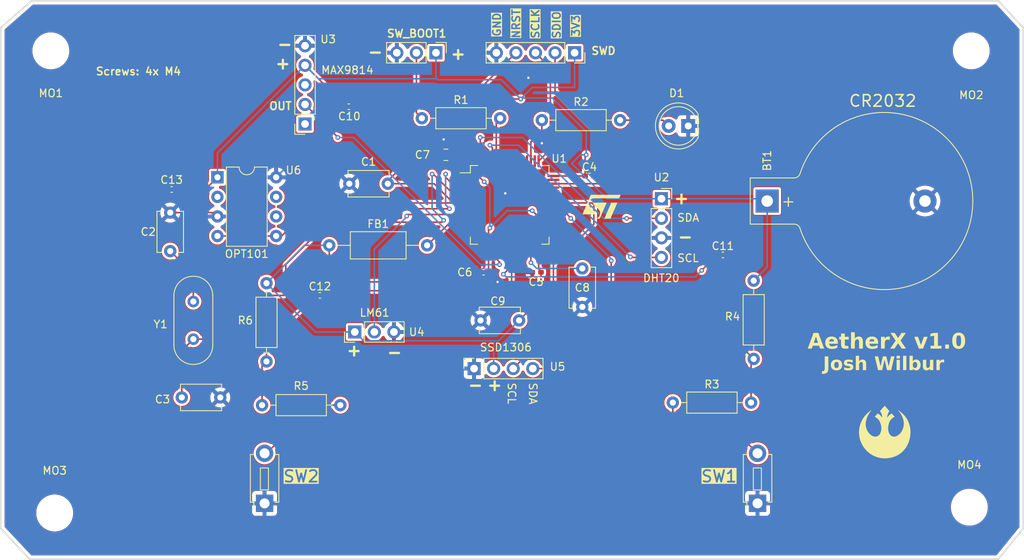
<source format=kicad_pcb>
(kicad_pcb (version 20240108) (generator "pcbnew") (generator_version "8.0")
  (layers (0 "F.Cu" signal) (31 "B.Cu" signal) (34 "B.Paste" user) (35 "F.Paste" user) (36 "B.SilkS" user "B.Silkscreen") (37 "F.SilkS" user "F.Silkscreen") (38 "B.Mask" user) (39 "F.Mask" user) (44 "Edge.Cuts" user))
  (net 0 "")
  (net 1 "+3V0")
  (net 2 "GND")
  (net 3 "/NRST")
  (net 4 "Net-(U1-PH0)")
  (net 5 "Net-(U1-PH1)")
  (net 6 "Net-(U1-VCAP1)")
  (net 7 "/Button1")
  (net 8 "/Button2")
  (net 9 "Net-(D1-A)")
  (net 10 "Net-(U1-VREF+)")
  (net 11 "/SWCLK")
  (net 12 "/SWDIO")
  (net 13 "Net-(U1-BOOT0)")
  (net 14 "Net-(R3-Pad1)")
  (net 15 "Net-(R5-Pad1)")
  (net 25 "Net-(U1-PB9)")
  (net 26 "/ADC1_CH10")
  (net 30 "/I2C3_SDA")
  (net 40 "Net-(U1-PA8)")
  (net 42 "Net-(U1-PB8)")
  (net 50 "Net-(U1-PC3)")
  (net 53 "/ADC1_CH4")
  (net 64 "Net-(SW_BOOT1-B)")
  (net 65 "/LED")
  (footprint "Capacitor_SMD:C_0402_1005Metric_Pad0.74x0.62mm_HandSolder" (layer "F.Cu") (at 136.9325 101)
    (property "Reference" "C12" (at 0 -1.16 0) (layer "F.SilkS"))
    (property "Value" "0.1u" (hide yes))
    (pad "1" smd roundrect (at -0.5675 0) (size 0.735 0.62) (layers "F.Cu" "F.Paste" "F.Mask") (net 8 "/Button2"))
    (pad "2" smd roundrect (at 0.5675 0) (size 0.735 0.62) (layers "F.Cu" "F.Paste" "F.Mask") (net 2 "GND"))
  )
  (footprint "Package_DIP:DIP-8_W7.62mm" (layer "F.Cu") (at 123.63 85.67)
    (property "Reference" "U6" (at 9.87 -0.92 0) (layer "F.SilkS"))
    (property "Value" "OPT101" (at 3.81 9.95 0) (layer "F.SilkS"))
    (pad "1" thru_hole rect (at 0 0) (size 1.6 1.6) (drill 0.8) (layers "*.Cu" "*.Mask") (net 1 "+3V0"))
    (pad "2" thru_hole oval (at 0 2.54) (size 1.6 1.6) (drill 0.8) (layers "*.Cu" "*.Mask"))
    (pad "3" thru_hole oval (at 0 5.08) (size 1.6 1.6) (drill 0.8) (layers "*.Cu" "*.Mask") (net 2 "GND"))
    (pad "4" thru_hole oval (at 0 7.62) (size 1.6 1.6) (drill 0.8) (layers "*.Cu" "*.Mask") (net 26 "/ADC1_CH10"))
    (pad "5" thru_hole oval (at 7.62 7.62) (size 1.6 1.6) (drill 0.8) (layers "*.Cu" "*.Mask") (net 26 "/ADC1_CH10"))
    (pad "6" thru_hole oval (at 7.62 5.08) (size 1.6 1.6) (drill 0.8) (layers "*.Cu" "*.Mask"))
    (pad "7" thru_hole oval (at 7.62 2.54) (size 1.6 1.6) (drill 0.8) (layers "*.Cu" "*.Mask"))
    (pad "8" thru_hole oval (at 7.62 0) (size 1.6 1.6) (drill 0.8) (layers "*.Cu" "*.Mask") (net 2 "GND"))
  )
  (footprint "Resistor_THT:R_Axial_DIN0207_L6.3mm_D2.5mm_P10.16mm_Horizontal" (layer "F.Cu") (at 165.75 78.25)
    (property "Reference" "R2" (at 5.08 -2.37 0) (layer "F.SilkS"))
    (property "Value" "2.2k" (hide yes))
    (pad "1" thru_hole circle (at 0 0) (size 1.6 1.6) (drill 0.8) (layers "*.Cu" "*.Mask") (net 65 "/LED"))
    (pad "2" thru_hole oval (at 10.16 0) (size 1.6 1.6) (drill 0.8) (layers "*.Cu" "*.Mask") (net 9 "Net-(D1-A)"))
  )
  (footprint "Capacitor_SMD:C_0402_1005Metric_Pad0.74x0.62mm_HandSolder" (layer "F.Cu") (at 165.0675 98 180)
    (property "Reference" "C5" (at 0.0675 -1.25 0) (layer "F.SilkS"))
    (property "Value" "0.1u" (hide yes))
    (pad "1" smd roundrect (at -0.5675 0 180) (size 0.735 0.62) (layers "F.Cu" "F.Paste" "F.Mask") (net 1 "+3V0"))
    (pad "2" smd roundrect (at 0.5675 0 180) (size 0.735 0.62) (layers "F.Cu" "F.Paste" "F.Mask") (net 2 "GND"))
  )
  (footprint "Package_QFP:LQFP-64_10x10mm_P0.5mm" (layer "F.Cu") (at 161.575 89.25)
    (property "Reference" "U1" (at 6.425 -6 0) (layer "F.SilkS"))
    (property "Value" "STM32F401RETx")
    (pad "1" smd roundrect (at -5.675 -3.75) (size 1.55 0.3) (layers "F.Cu" "F.Paste" "F.Mask") (net 1 "+3V0"))
    (pad "2" smd roundrect (at -5.675 -3.25) (size 1.55 0.3) (layers "F.Cu" "F.Paste" "F.Mask"))
    (pad "3" smd roundrect (at -5.675 -2.75) (size 1.55 0.3) (layers "F.Cu" "F.Paste" "F.Mask"))
    (pad "4" smd roundrect (at -5.675 -2.25) (size 1.55 0.3) (layers "F.Cu" "F.Paste" "F.Mask"))
    (pad "5" smd roundrect (at -5.675 -1.75) (size 1.55 0.3) (layers "F.Cu" "F.Paste" "F.Mask") (net 4 "Net-(U1-PH0)"))
    (pad "6" smd roundrect (at -5.675 -1.25) (size 1.55 0.3) (layers "F.Cu" "F.Paste" "F.Mask") (net 5 "Net-(U1-PH1)"))
    (pad "7" smd roundrect (at -5.675 -0.75) (size 1.55 0.3) (layers "F.Cu" "F.Paste" "F.Mask") (net 3 "/NRST"))
    (pad "8" smd roundrect (at -5.675 -0.25) (size 1.55 0.3) (layers "F.Cu" "F.Paste" "F.Mask") (net 26 "/ADC1_CH10"))
    (pad "9" smd roundrect (at -5.675 0.25) (size 1.55 0.3) (layers "F.Cu" "F.Paste" "F.Mask"))
    (pad "10" smd roundrect (at -5.675 0.75) (size 1.55 0.3) (layers "F.Cu" "F.Paste" "F.Mask"))
    (pad "11" smd roundrect (at -5.675 1.25) (size 1.55 0.3) (layers "F.Cu" "F.Paste" "F.Mask") (net 50 "Net-(U1-PC3)"))
    (pad "12" smd roundrect (at -5.675 1.75) (size 1.55 0.3) (layers "F.Cu" "F.Paste" "F.Mask") (net 2 "GND"))
    (pad "13" smd roundrect (at -5.675 2.25) (size 1.55 0.3) (layers "F.Cu" "F.Paste" "F.Mask") (net 10 "Net-(U1-VREF+)"))
    (pad "14" smd roundrect (at -5.675 2.75) (size 1.55 0.3) (layers "F.Cu" "F.Paste" "F.Mask"))
    (pad "15" smd roundrect (at -5.675 3.25) (size 1.55 0.3) (layers "F.Cu" "F.Paste" "F.Mask"))
    (pad "16" smd roundrect (at -5.675 3.75) (size 1.55 0.3) (layers "F.Cu" "F.Paste" "F.Mask"))
    (pad "17" smd roundrect (at -3.75 5.675) (size 0.3 1.55) (layers "F.Cu" "F.Paste" "F.Mask"))
    (pad "18" smd roundrect (at -3.25 5.675) (size 0.3 1.55) (layers "F.Cu" "F.Paste" "F.Mask") (net 2 "GND"))
    (pad "19" smd roundrect (at -2.75 5.675) (size 0.3 1.55) (layers "F.Cu" "F.Paste" "F.Mask") (net 1 "+3V0"))
    (pad "20" smd roundrect (at -2.25 5.675) (size 0.3 1.55) (layers "F.Cu" "F.Paste" "F.Mask") (net 53 "/ADC1_CH4"))
    (pad "21" smd roundrect (at -1.75 5.675) (size 0.3 1.55) (layers "F.Cu" "F.Paste" "F.Mask"))
    (pad "22" smd roundrect (at -1.25 5.675) (size 0.3 1.55) (layers "F.Cu" "F.Paste" "F.Mask"))
    (pad "23" smd roundrect (at -0.75 5.675) (size 0.3 1.55) (layers "F.Cu" "F.Paste" "F.Mask"))
    (pad "24" smd roundrect (at -0.25 5.675) (size 0.3 1.55) (layers "F.Cu" "F.Paste" "F.Mask") (net 7 "/Button1"))
    (pad "25" smd roundrect (at 0.25 5.675) (size 0.3 1.55) (layers "F.Cu" "F.Paste" "F.Mask") (net 8 "/Button2"))
    (pad "26" smd roundrect (at 0.75 5.675) (size 0.3 1.55) (layers "F.Cu" "F.Paste" "F.Mask"))
    (pad "27" smd roundrect (at 1.25 5.675) (size 0.3 1.55) (layers "F.Cu" "F.Paste" "F.Mask"))
    (pad "28" smd roundrect (at 1.75 5.675) (size 0.3 1.55) (layers "F.Cu" "F.Paste" "F.Mask"))
    (pad "29" smd roundrect (at 2.25 5.675) (size 0.3 1.55) (layers "F.Cu" "F.Paste" "F.Mask"))
    (pad "30" smd roundrect (at 2.75 5.675) (size 0.3 1.55) (layers "F.Cu" "F.Paste" "F.Mask") (net 6 "Net-(U1-VCAP1)"))
    (pad "31" smd roundrect (at 3.25 5.675) (size 0.3 1.55) (layers "F.Cu" "F.Paste" "F.Mask") (net 2 "GND"))
    (pad "32" smd roundrect (at 3.75 5.675) (size 0.3 1.55) (layers "F.Cu" "F.Paste" "F.Mask") (net 1 "+3V0"))
    (pad "33" smd roundrect (at 5.675 3.75) (size 1.55 0.3) (layers "F.Cu" "F.Paste" "F.Mask"))
    (pad "34" smd roundrect (at 5.675 3.25) (size 1.55 0.3) (layers "F.Cu" "F.Paste" "F.Mask"))
    (pad "35" smd roundrect (at 5.675 2.75) (size 1.55 0.3) (layers "F.Cu" "F.Paste" "F.Mask"))
    (pad "36" smd roundrect (at 5.675 2.25) (size 1.55 0.3) (layers "F.Cu" "F.Paste" "F.Mask"))
    (pad "37" smd roundrect (at 5.675 1.75) (size 1.55 0.3) (layers "F.Cu" "F.Paste" "F.Mask"))
    (pad "38" smd roundrect (at 5.675 1.25) (size 1.55 0.3) (layers "F.Cu" "F.Paste" "F.Mask"))
    (pad "39" smd roundrect (at 5.675 0.75) (size 1.55 0.3) (layers "F.Cu" "F.Paste" "F.Mask"))
    (pad "40" smd roundrect (at 5.675 0.25) (size 1.55 0.3) (layers "F.Cu" "F.Paste" "F.Mask") (net 30 "/I2C3_SDA"))
    (pad "41" smd roundrect (at 5.675 -0.25) (size 1.55 0.3) (layers "F.Cu" "F.Paste" "F.Mask") (net 40 "Net-(U1-PA8)"))
    (pad "42" smd roundrect (at 5.675 -0.75) (size 1.55 0.3) (layers "F.Cu" "F.Paste" "F.Mask"))
    (pad "43" smd roundrect (at 5.675 -1.25) (size 1.55 0.3) (layers "F.Cu" "F.Paste" "F.Mask"))
    (pad "44" smd roundrect (at 5.675 -1.75) (size 1.55 0.3) (layers "F.Cu" "F.Paste" "F.Mask"))
    (pad "45" smd roundrect (at 5.675 -2.25) (size 1.55 0.3) (layers "F.Cu" "F.Paste" "F.Mask"))
    (pad "46" smd roundrect (at 5.675 -2.75) (size 1.55 0.3) (layers "F.Cu" "F.Paste" "F.Mask") (net 12 "/SWDIO"))
    (pad "47" smd roundrect (at 5.675 -3.25) (size 1.55 0.3) (layers "F.Cu" "F.Paste" "F.Mask") (net 2 "GND"))
    (pad "48" smd roundrect (at 5.675 -3.75) (size 1.55 0.3) (layers "F.Cu" "F.Paste" "F.Mask") (net 1 "+3V0"))
    (pad "49" smd roundrect (at 3.75 -5.675) (size 0.3 1.55) (layers "F.Cu" "F.Paste" "F.Mask") (net 11 "/SWCLK"))
    (pad "50" smd roundrect (at 3.25 -5.675) (size 0.3 1.55) (layers "F.Cu" "F.Paste" "F.Mask"))
    (pad "51" smd roundrect (at 2.75 -5.675) (size 0.3 1.55) (layers "F.Cu" "F.Paste" "F.Mask") (net 65 "/LED"))
    (pad "52" smd roundrect (at 2.25 -5.675) (size 0.3 1.55) (layers "F.Cu" "F.Paste" "F.Mask"))
    (pad "53" smd roundrect (at 1.75 -5.675) (size 0.3 1.55) (layers "F.Cu" "F.Paste" "F.Mask"))
    (pad "54" smd roundrect (at 1.25 -5.675) (size 0.3 1.55) (layers "F.Cu" "F.Paste" "F.Mask"))
    (pad "55" smd roundrect (at 0.75 -5.675) (size 0.3 1.55) (layers "F.Cu" "F.Paste" "F.Mask"))
    (pad "56" smd roundrect (at 0.25 -5.675) (size 0.3 1.55) (layers "F.Cu" "F.Paste" "F.Mask"))
    (pad "57" smd roundrect (at -0.25 -5.675) (size 0.3 1.55) (layers "F.Cu" "F.Paste" "F.Mask"))
    (pad "58" smd roundrect (at -0.75 -5.675) (size 0.3 1.55) (layers "F.Cu" "F.Paste" "F.Mask"))
    (pad "59" smd roundrect (at -1.25 -5.675) (size 0.3 1.55) (layers "F.Cu" "F.Paste" "F.Mask"))
    (pad "60" smd roundrect (at -1.75 -5.675) (size 0.3 1.55) (layers "F.Cu" "F.Paste" "F.Mask") (net 13 "Net-(U1-BOOT0)"))
    (pad "61" smd roundrect (at -2.25 -5.675) (size 0.3 1.55) (layers "F.Cu" "F.Paste" "F.Mask") (net 42 "Net-(U1-PB8)"))
    (pad "62" smd roundrect (at -2.75 -5.675) (size 0.3 1.55) (layers "F.Cu" "F.Paste" "F.Mask") (net 25 "Net-(U1-PB9)"))
    (pad "63" smd roundrect (at -3.25 -5.675) (size 0.3 1.55) (layers "F.Cu" "F.Paste" "F.Mask") (net 2 "GND"))
    (pad "64" smd roundrect (at -3.75 -5.675) (size 0.3 1.55) (layers "F.Cu" "F.Paste" "F.Mask") (net 1 "+3V0"))
  )
  (footprint "Resistor_THT:R_Axial_DIN0207_L6.3mm_D2.5mm_P10.16mm_Horizontal" (layer "F.Cu") (at 182.75 114.92)
    (property "Reference" "R3" (at 5.08 -2.37 0) (layer "F.SilkS"))
    (property "Value" "1k" (hide yes))
    (pad "1" thru_hole circle (at 0 0) (size 1.6 1.6) (drill 0.8) (layers "*.Cu" "*.Mask") (net 14 "Net-(R3-Pad1)"))
    (pad "2" thru_hole oval (at 10.16 0) (size 1.6 1.6) (drill 0.8) (layers "*.Cu" "*.Mask") (net 7 "/Button1"))
  )
  (footprint "Capacitor_SMD:C_0402_1005Metric_Pad0.74x0.62mm_HandSolder" (layer "F.Cu") (at 158.1825 98 180)
    (property "Reference" "C6" (at 2.4325 0 0) (layer "F.SilkS"))
    (property "Value" "0.1u" (hide yes))
    (pad "1" smd roundrect (at -0.5675 0 180) (size 0.735 0.62) (layers "F.Cu" "F.Paste" "F.Mask") (net 1 "+3V0"))
    (pad "2" smd roundrect (at 0.5675 0 180) (size 0.735 0.62) (layers "F.Cu" "F.Paste" "F.Mask") (net 2 "GND"))
  )
  (footprint "Capacitor_SMD:C_0402_1005Metric_Pad0.74x0.62mm_HandSolder" (layer "F.Cu") (at 117.6825 87.25 180)
    (property "Reference" "C13" (at 0 1.25 0) (layer "F.SilkS"))
    (property "Value" "0.1u" (hide yes))
    (pad "1" smd roundrect (at -0.5675 0 180) (size 0.735 0.62) (layers "F.Cu" "F.Paste" "F.Mask") (net 1 "+3V0"))
    (pad "2" smd roundrect (at 0.5675 0 180) (size 0.735 0.62) (layers "F.Cu" "F.Paste" "F.Mask") (net 2 "GND"))
  )
  (footprint "Resistor_THT:R_Axial_DIN0207_L6.3mm_D2.5mm_P10.16mm_Horizontal" (layer "F.Cu") (at 139.58 115.25 180)
    (property "Reference" "R5" (at 5.08 2.5 0) (layer "F.SilkS"))
    (property "Value" "1k" (hide yes))
    (pad "1" thru_hole circle (at 0 0 180) (size 1.6 1.6) (drill 0.8) (layers "*.Cu" "*.Mask") (net 15 "Net-(R5-Pad1)"))
    (pad "2" thru_hole oval (at 10.16 0 180) (size 1.6 1.6) (drill 0.8) (layers "*.Cu" "*.Mask") (net 8 "/Button2"))
  )
  (footprint "Crystal:Crystal_HC49-4H_Vertical" (layer "F.Cu") (at 120.5 101.8 -90)
    (property "Reference" "Y1" (at 2.95 4.25 180) (layer "F.SilkS"))
    (property "Value" "8MHz" (hide yes))
    (pad "1" thru_hole circle (at 0 0 270) (size 1.5 1.5) (drill 0.8) (layers "*.Cu" "*.Mask") (net 4 "Net-(U1-PH0)"))
    (pad "2" thru_hole circle (at 4.88 0 270) (size 1.5 1.5) (drill 0.8) (layers "*.Cu" "*.Mask") (net 5 "Net-(U1-PH1)"))
  )
  (footprint "Connector_PinSocket_2.54mm:PinSocket_1x04_P2.54mm_Vertical" (layer "F.Cu") (at 181.275 88.45)
    (property "Reference" "U2" (at 0 -2.77 0) (layer "F.SilkS"))
    (property "Value" "DHT20" (at -0.025 10.31 0) (layer "F.SilkS"))
    (pad "1" thru_hole rect (at 0 0) (size 1.7 1.7) (drill 1) (layers "*.Cu" "*.Mask") (net 1 "+3V0"))
    (pad "2" thru_hole oval (at 0 2.54) (size 1.7 1.7) (drill 1) (layers "*.Cu" "*.Mask") (net 25 "Net-(U1-PB9)"))
    (pad "3" thru_hole oval (at 0 5.08) (size 1.7 1.7) (drill 1) (layers "*.Cu" "*.Mask") (net 2 "GND"))
    (pad "4" thru_hole oval (at 0 7.62) (size 1.7 1.7) (drill 1) (layers "*.Cu" "*.Mask") (net 42 "Net-(U1-PB8)"))
  )
  (footprint "Capacitor_SMD:C_0805_2012Metric_Pad1.18x1.45mm_HandSolder" (layer "F.Cu") (at 153.2875 82.75 180)
    (property "Reference" "C7" (at 3.0375 0 0) (layer "F.SilkS"))
    (property "Value" "4.7u" (hide yes))
    (pad "1" smd roundrect (at -1.0375 0 180) (size 1.175 1.45) (layers "F.Cu" "F.Paste" "F.Mask") (roundrect_rratio 0.212766) (net 1 "+3V0"))
    (pad "2" smd roundrect (at 1.0375 0 180) (size 1.175 1.45) (layers "F.Cu" "F.Paste" "F.Mask") (roundrect_rratio 0.212766) (net 2 "GND"))
  )
  (footprint "Capacitor_THT:C_Disc_D5.1mm_W3.2mm_P5.00mm" (layer "F.Cu") (at 117.5 95.25 90)
    (property "Reference" "C2" (at 2.5 -2.85 180) (layer "F.SilkS"))
    (property "Value" "20pF" (hide yes))
    (pad "1" thru_hole circle (at 0 0 90) (size 1.6 1.6) (drill 0.8) (layers "*.Cu" "*.Mask") (net 4 "Net-(U1-PH0)"))
    (pad "2" thru_hole circle (at 5 0 90) (size 1.6 1.6) (drill 0.8) (layers "*.Cu" "*.Mask") (net 2 "GND"))
  )
  (footprint "Connector_PinHeader_2.54mm:PinHeader_1x03_P2.54mm_Vertical" (layer "F.Cu") (at 152 69.5 -90)
    (property "Reference" "SW_BOOT1" (at -2.5 2.5 180) (layer "F.SilkS") (effects (font (thickness 0.2) (bold yes))))
    (property "Value" "SW_SPDT" (hide yes))
    (pad "1" thru_hole rect (at 0 0 270) (size 1.7 1.7) (drill 1) (layers "*.Cu" "*.Mask") (net 1 "+3V0"))
    (pad "2" thru_hole oval (at 0 2.54 270) (size 1.7 1.7) (drill 1) (layers "*.Cu" "*.Mask") (net 64 "Net-(SW_BOOT1-B)"))
    (pad "3" thru_hole oval (at 0 5.08 270) (size 1.7 1.7) (drill 1) (layers "*.Cu" "*.Mask") (net 2 "GND"))
  )
  (footprint "Random:star_wars_res" (layer "F.Cu") (at 210.25 118.75)
    (property "Reference" "G***" (hide yes))
    (property "Value" "LOGO" (hide yes))
  )
  (footprint "Inductor_THT:L_Axial_L7.0mm_D3.3mm_P12.70mm_Horizontal_Fastron_MICC" (layer "F.Cu") (at 138.15 94.5)
    (property "Reference" "FB1" (at 6.35 -2.77 0) (layer "F.SilkS"))
    (property "Value" "FerriteBead" (hide yes))
    (pad "1" thru_hole circle (at 0 0) (size 1.6 1.6) (drill 0.8) (layers "*.Cu" "*.Mask") (net 1 "+3V0"))
    (pad "2" thru_hole oval (at 12.7 0) (size 1.6 1.6) (drill 0.8) (layers "*.Cu" "*.Mask") (net 10 "Net-(U1-VREF+)"))
  )
  (footprint "Capacitor_THT:C_Disc_D5.1mm_W3.2mm_P5.00mm" (layer "F.Cu") (at 140.75 86.5)
    (property "Reference" "C1" (at 2.5 -2.85 0) (layer "F.SilkS"))
    (property "Value" "0.1u" (hide yes))
    (pad "1" thru_hole circle (at 0 0) (size 1.6 1.6) (drill 0.8) (layers "*.Cu" "*.Mask") (net 2 "GND"))
    (pad "2" thru_hole circle (at 5 0) (size 1.6 1.6) (drill 0.8) (layers "*.Cu" "*.Mask") (net 3 "/NRST"))
  )
  (footprint "Capacitor_SMD:C_0402_1005Metric_Pad0.74x0.62mm_HandSolder" (layer "F.Cu") (at 171.9325 85.5)
    (property "Reference" "C4" (at 0 -1.16 0) (layer "F.SilkS"))
    (property "Value" "0.1u" (hide yes))
    (pad "1" smd roundrect (at -0.5675 0) (size 0.735 0.62) (layers "F.Cu" "F.Paste" "F.Mask") (net 1 "+3V0"))
    (pad "2" smd roundrect (at 0.5675 0) (size 0.735 0.62) (layers "F.Cu" "F.Paste" "F.Mask") (net 2 "GND"))
  )
  (footprint "Connector_PinSocket_2.54mm:PinSocket_1x05_P2.54mm_Vertical" (layer "F.Cu") (at 170 69.5 -90)
    (property "Reference" "SWD" (at -0.25 -3.75 180) (layer "F.SilkS") (effects (font (thickness 0.2) (bold yes))))
    (property "Value" "SWD Connector" (hide yes))
    (pad "1" thru_hole rect (at 0 0 270) (size 1.7 1.7) (drill 1) (layers "*.Cu" "*.Mask") (net 1 "+3V0"))
    (pad "2" thru_hole oval (at 0 2.54 270) (size 1.7 1.7) (drill 1) (layers "*.Cu" "*.Mask") (net 12 "/SWDIO"))
    (pad "3" thru_hole oval (at 0 5.08 270) (size 1.7 1.7) (drill 1) (layers "*.Cu" "*.Mask") (net 11 "/SWCLK"))
    (pad "4" thru_hole oval (at 0 7.62 270) (size 1.7 1.7) (drill 1) (layers "*.Cu" "*.Mask") (net 3 "/NRST"))
    (pad "5" thru_hole oval (at 0 10.16 270) (size 1.7 1.7) (drill 1) (layers "*.Cu" "*.Mask") (net 2 "GND"))
  )
  (footprint "Capacitor_THT:C_Disc_D5.1mm_W3.2mm_P5.00mm" (layer "F.Cu") (at 162.79 104.25 180)
    (property "Reference" "C9" (at 2.75 2.5 0) (layer "F.SilkS"))
    (property "Value" "0.47u" (hide yes))
    (pad "1" thru_hole circle (at 0 0 180) (size 1.6 1.6) (drill 0.8) (layers "*.Cu" "*.Mask") (net 1 "+3V0"))
    (pad "2" thru_hole circle (at 5 0 180) (size 1.6 1.6) (drill 0.8) (layers "*.Cu" "*.Mask") (net 2 "GND"))
  )
  (footprint "Button_Switch_THT:SW_PUSH_1P1T_6x3.5mm_H5.0_APEM_MJTP1250" (layer "F.Cu") (at 129.75 128 90)
    (property "Reference" "SW2" (at 3.5 4.75 180) (layer "F.SilkS" knockout) (effects (font (size 1.5 1.5) (thickness 0.23))))
    (property "Value" "SW_Push" (hide yes))
    (pad "1" thru_hole rect (at 0 0 180) (size 2.25 2.25) (drill 1.3) (layers "*.Cu" "*.Mask") (net 2 "GND"))
    (pad "2" thru_hole circle (at 6.5 0 180) (size 2.25 2.25) (drill 1.3) (layers "*.Cu" "*.Mask") (net 15 "Net-(R5-Pad1)"))
  )
  (footprint "Resistor_THT:R_Axial_DIN0207_L6.3mm_D2.5mm_P10.16mm_Horizontal" (layer "F.Cu") (at 193.25 99.09 -90)
    (property "Reference" "R4" (at 4.66 2.75 0) (layer "F.SilkS"))
    (property "Value" "10k" (hide yes))
    (pad "1" thru_hole circle (at 0 0 270) (size 1.6 1.6) (drill 0.8) (layers "*.Cu" "*.Mask") (net 1 "+3V0"))
    (pad "2" thru_hole oval (at 10.16 0 270) (size 1.6 1.6) (drill 0.8) (layers "*.Cu" "*.Mask") (net 7 "/Button1"))
  )
  (footprint "Random:st_2" (layer "F.Cu") (at 173.5 89.5)
    (property "Reference" "G***" (hide yes))
    (property "Value" "LOGO" (hide yes))
  )
  (footprint "Mounting:MountingHole_4.3mm_M4" (layer "F.Cu") (at 102.5 129.25)
    (property "Reference" "MO3" (at 0 -5.5 0) (layer "F.SilkS"))
    (property "Value" "MountingHole_4.3mm_M4" (hide yes))
    (pad "" np_thru_hole circle (at 0 0) (size 4.3 4.3) (drill 4.3) (layers "*.Cu" "*.Mask"))
  )
  (footprint "Button_Switch_THT:SW_PUSH_1P1T_6x3.5mm_H5.0_APEM_MJTP1250" (layer "F.Cu") (at 193.75 128 90)
    (property "Reference" "SW1" (at 3.5 -5 180) (layer "F.SilkS" knockout) (effects (font (size 1.5 1.5) (thickness 0.23))))
    (property "Value" "SW_Push" (hide yes))
    (pad "1" thru_hole rect (at 0 0 180) (size 2.25 2.25) (drill 1.3) (layers "*.Cu" "*.Mask") (net 2 "GND"))
    (pad "2" thru_hole circle (at 6.5 0 180) (size 2.25 2.25) (drill 1.3) (layers "*.Cu" "*.Mask") (net 14 "Net-(R3-Pad1)"))
  )
  (footprint "Resistor_THT:R_Axial_DIN0207_L6.3mm_D2.5mm_P10.16mm_Horizontal" (layer "F.Cu") (at 150.17 78)
    (property "Reference" "R1" (at 5.08 -2.37 0) (layer "F.SilkS"))
    (property "Value" "10k" (hide yes))
    (pad "1" thru_hole circle (at 0 0) (size 1.6 1.6) (drill 0.8) (layers "*.Cu" "*.Mask") (net 64 "Net-(SW_BOOT1-B)"))
    (pad "2" thru_hole oval (at 10.16 0) (size 1.6 1.6) (drill 0.8) (layers "*.Cu" "*.Mask") (net 13 "Net-(U1-BOOT0)"))
  )
  (footprint "Connector_PinSocket_2.54mm:PinSocket_1x05_P2.54mm_Vertical" (layer "F.Cu") (at 135 78.75 180)
    (property "Reference" "U3" (at -3 11 180) (layer "F.SilkS"))
    (property "Value" "MAX9814" (at -5.5 7 0) (layer "F.SilkS"))
    (pad "1" thru_hole rect (at 0 0 180) (size 1.7 1.7) (drill 1) (layers "*.Cu" "*.Mask"))
    (pad "2" thru_hole oval (at 0 2.54 180) (size 1.7 1.7) (drill 1) (layers "*.Cu" "*.Mask") (net 53 "/ADC1_CH4"))
    (pad "3" thru_hole oval (at 0 5.08 180) (size 1.7 1.7) (drill 1) (layers "*.Cu" "*.Mask"))
    (pad "4" thru_hole oval (at 0 7.62 180) (size 1.7 1.7) (drill 1) (layers "*.Cu" "*.Mask") (net 1 "+3V0"))
    (pad "5" thru_hole oval (at 0 10.16 180) (size 1.7 1.7) (drill 1) (layers "*.Cu" "*.Mask") (net 2 "GND"))
  )
  (footprint "Capacitor_SMD:C_0402_1005Metric_Pad0.74x0.62mm_HandSolder" (layer "F.Cu") (at 189.25 95.75)
    (property "Reference" "C11" (at 0 -1.16 0) (layer "F.SilkS"))
    (property "Value" "0.1u" (hide yes))
    (pad "1" smd roundrect (at -0.5675 0) (size 0.735 0.62) (layers "F.Cu" "F.Paste" "F.Mask") (net 7 "/Button1"))
    (pad "2" smd roundrect (at 0.5675 0) (size 0.735 0.62) (layers "F.Cu" "F.Paste" "F.Mask") (net 2 "GND"))
  )
  (footprint "Mounting:MountingHole_4.3mm_M4" (layer "F.Cu") (at 221.5 69.25)
    (property "Reference" "MO2" (at 0 5.75 0) (layer "F.SilkS"))
    (property "Value" "MountingHole_4.3mm_M4" (hide yes))
    (pad "" np_thru_hole circle (at 0 0) (size 4.3 4.3) (drill 4.3) (layers "*.Cu" "*.Mask"))
  )
  (footprint "LED_THT:LED_D5.0mm" (layer "F.Cu") (at 184.75 79 180)
    (property "Reference" "D1" (at 1.5 4.25 0) (layer "F.SilkS"))
    (property "Value" "LED" (hide yes))
    (pad "1" thru_hole rect (at 0 0 180) (size 1.8 1.8) (drill 0.9) (layers "*.Cu" "*.Mask") (net 2 "GND"))
    (pad "2" thru_hole circle (at 2.54 0 180) (size 1.8 1.8) (drill 0.9) (layers "*.Cu" "*.Mask") (net 9 "Net-(D1-A)"))
  )
  (footprint "Connector_PinHeader_2.54mm:PinHeader_1x03_P2.54mm_Vertical" (layer "F.Cu") (at 141.46 105.75 90)
    (property "Reference" "U4" (at 0 8.04 180) (layer "F.SilkS"))
    (property "Value" "LM61" (at 2.5 2.58 180) (layer "F.SilkS"))
    (pad "1" thru_hole rect (at 0 0 90) (size 1.7 1.7) (drill 1) (layers "*.Cu" "*.Mask") (net 1 "+3V0"))
    (pad "2" thru_hole oval (at 0 2.54 90) (size 1.7 1.7) (drill 1) (layers "*.Cu" "*.Mask") (net 50 "Net-(U1-PC3)"))
    (pad "3" thru_hole oval (at 0 5.08 90) (size 1.7 1.7) (drill 1) (layers "*.Cu" "*.Mask") (net 2 "GND"))
  )
  (footprint "Mounting:MountingHole_4.3mm_M4" (layer "F.Cu") (at 102 69.25)
    (property "Reference" "MO1" (at 0 5.5 0) (layer "F.SilkS"))
    (property "Value" "MountingHole_4.3mm_M4" (hide yes))
    (pad "" np_thru_hole circle (at 0 0) (size 4.3 4.3) (drill 4.3) (layers "*.Cu" "*.Mask"))
  )
  (footprint "Battery:BatteryHolder_Keystone_103_1x20mm" (layer "F.Cu") (at 195 88.749999)
    (property "Reference" "BT1" (at 0.000002 -5.249999 90) (layer "F.SilkS"))
    (property "Value" "CR2032" (at 15 -12.999999 180) (layer "F.SilkS") (effects (font (size 1.5 1.5) (thickness 0.2))))
    (fp_text user "+" (at 2.75 0 0) (layer "F.SilkS") (effects (font (size 1.5 1.5))))
    (pad "1" thru_hole rect (at 0 0) (size 3 3) (drill 1.5) (layers "*.Cu" "*.Mask") (net 1 "+3V0"))
    (pad "2" thru_hole circle (at 20.49 0) (size 3 3) (drill 1.5) (layers "*.Cu" "*.Mask") (net 2 "GND"))
  )
  (footprint "Capacitor_SMD:C_0402_1005Metric_Pad0.74x0.62mm_HandSolder" (layer "F.Cu") (at 140.6825 76.5)
    (property "Reference" "C10" (at 0.0675 1.25 0) (layer "F.SilkS"))
    (property "Value" "0.1u" (hide yes))
    (pad "1" smd roundrect (at -0.5675 0) (size 0.735 0.62) (layers "F.Cu" "F.Paste" "F.Mask") (net 1 "+3V0"))
    (pad "2" smd roundrect (at 0.5675 0) (size 0.735 0.62) (layers "F.Cu" "F.Paste" "F.Mask") (net 2 "GND"))
  )
  (footprint "Capacitor_THT:C_Disc_D5.1mm_W3.2mm_P5.00mm" (layer "F.Cu") (at 171 97.5 -90)
    (property "Reference" "C8" (at 2.5 0 180) (layer "F.SilkS"))
    (property "Value" "2.2u" (hide yes))
    (pad "1" thru_hole circle (at 0 0 270) (size 1.6 1.6) (drill 0.8) (layers "*.Cu" "*.Mask") (net 6 "Net-(U1-VCAP1)"))
    (pad "2" thru_hole circle (at 5 0 270) (size 1.6 1.6) (drill 0.8) (layers "*.Cu" "*.Mask") (net 2 "GND"))
  )
  (footprint "Mounting:MountingHole_4.3mm_M4" (layer "F.Cu") (at 221.25 128.5)
    (property "Reference" "MO4" (at 0 -5.5 0) (layer "F.SilkS"))
    (property "Value" "MountingHole_4.3mm_M4" (hide yes))
    (pad "" np_thru_hole circle (at 0 0) (size 4.3 4.3) (drill 4.3) (layers "*.Cu" "*.Mask"))
  )
  (footprint "Resistor_THT:R_Axial_DIN0207_L6.3mm_D2.5mm_P10.16mm_Horizontal" (layer "F.Cu") (at 130 99.42 -90)
    (property "Reference" "R6" (at 4.83 2.75 0) (layer "F.SilkS"))
    (property "Value" "10k" (hide yes))
    (pad "1" thru_hole circle (at 0 0 270) (size 1.6 1.6) (drill 0.8) (layers "*.Cu" "*.Mask") (net 1 "+3V0"))
    (pad "2" thru_hole oval (at 10.16 0 270) (size 1.6 1.6) (drill 0.8) (layers "*.Cu" "*.Mask") (net 8 "/Button2"))
  )
  (footprint "Capacitor_THT:C_Disc_D5.1mm_W3.2mm_P5.00mm" (layer "F.Cu") (at 119 114.25)
    (property "Reference" "C3" (at -2.5 0.25 0) (layer "F.SilkS"))
    (property "Value" "20pF" (hide yes))
    (pad "1" thru_hole circle (at 0 0) (size 1.6 1.6) (drill 0.8) (layers "*.Cu" "*.Mask") (net 5 "Net-(U1-PH1)"))
    (pad "2" thru_hole circle (at 5 0) (size 1.6 1.6) (drill 0.8) (layers "*.Cu" "*.Mask") (net 2 "GND"))
  )
  (footprint "Connector_PinSocket_2.54mm:PinSocket_1x04_P2.54mm_Vertical" (layer "F.Cu") (at 156.95 110.5 90)
    (property "Reference" "U5" (at 0.25 10.83 180) (layer "F.SilkS"))
    (property "Value" "SSD1306" (at 2.75 4.12 180) (layer "F.SilkS"))
    (pad "1" thru_hole rect (at 0 0 90) (size 1.7 1.7) (drill 1) (layers "*.Cu" "*.Mask") (net 2 "GND"))
    (pad "2" thru_hole oval (at 0 2.54 90) (size 1.7 1.7) (drill 1) (layers "*.Cu" "*.Mask") (net 1 "+3V0"))
    (pad "3" thru_hole oval (at 0 5.08 90) (size 1.7 1.7) (drill 1) (layers "*.Cu" "*.Mask") (net 40 "Net-(U1-PA8)"))
    (pad "4" thru_hole oval (at 0 7.62 90) (size 1.7 1.7) (drill 1) (layers "*.Cu" "*.Mask") (net 30 "/I2C3_SDA"))
  )
  (gr_line (start 95.5 131.25) (end 99.25 135.25) (stroke (width 0.2)) (layer "Edge.Cuts"))
  (gr_line (start 225 62.75) (end 228.25 66.25) (stroke (width 0.2)) (layer "Edge.Cuts"))
  (gr_line (start 95.5 66.25) (end 95.5 131.25) (stroke (width 0.2)) (layer "Edge.Cuts"))
  (gr_line (start 99.25 135.25) (end 225 135.25) (stroke (width 0.2)) (layer "Edge.Cuts"))
  (gr_line (start 99.5 62.75) (end 95.5 66.25) (stroke (width 0.2)) (layer "Edge.Cuts"))
  (gr_line (start 228.25 131.25) (end 225 135.25) (stroke (width 0.2)) (layer "Edge.Cuts"))
  (gr_line (start 228.25 66.25) (end 228.25 131.25) (stroke (width 0.2)) (layer "Edge.Cuts"))
  (gr_line (start 99.5 62.75) (end 225 62.75) (stroke (width 0.2)) (layer "Edge.Cuts"))
  (gr_text "AetherX v1.0" (at 200.25 108.25 0) (layer "F.SilkS") (effects (font (size 2 2) (thickness 0.3) (bold yes)) (justify left bottom)))
  (gr_text "Josh Wilbur" (at 202.25 111 0) (layer "F.SilkS") (effects (font (size 1.75 1.75) (thickness 0.3) (bold yes)) (justify left bottom)))
  (gr_text "+" (at 158.5 113.5 0) (layer "F.SilkS") (effects (font (size 1.5 1.5) (thickness 0.3) (bold yes)) (justify left bottom)))
  (gr_text "SDA" (at 183.25 91.5 0) (layer "F.SilkS") (effects (font (size 1 1)) (justify left bottom)))
  (gr_text "3V3" (at 170.75 67.5 90) (layer "F.SilkS" knockout) (effects (font (size 1 1) (thickness 0.2) (bold yes)) (justify left bottom)))
  (gr_text "SDIO" (at 168.25 67.75 90) (layer "F.SilkS" knockout) (effects (font (size 1 1) (thickness 0.2) (bold yes)) (justify left bottom)))
  (gr_text "-" (at 145.5 109.25 0) (layer "F.SilkS") (effects (font (size 1.5 1.5) (thickness 0.3) (bold yes)) (justify left bottom)))
  (gr_text "+" (at 140.25 109 0) (layer "F.SilkS") (effects (font (size 1.5 1.5) (thickness 0.3) (bold yes)) (justify left bottom)))
  (gr_text "-" (at 156 113.5 0) (layer "F.SilkS") (effects (font (size 1.5 1.5) (thickness 0.3) (bold yes)) (justify left bottom)))
  (gr_text "GND" (at 160.5 67.5 90) (layer "F.SilkS" knockout) (effects (font (size 1 1) (thickness 0.2) (bold yes)) (justify left bottom)))
  (gr_text "-" (at 183.25 94.25 0) (layer "F.SilkS") (effects (font (size 1.5 1.5) (thickness 0.3) (bold yes)) (justify left bottom)))
  (gr_text "SDA" (at 164 112.25 270) (layer "F.SilkS") (effects (font (size 1 1)) (justify left bottom)))
  (gr_text "Screws: 4x M4" (at 107.75 72.5 0) (layer "F.SilkS") (effects (font (size 1 1) (thickness 0.1875) (bold yes)) (justify left bottom)))
  (gr_text "SCL" (at 183.25 96.75 0) (layer "F.SilkS") (effects (font (size 1 1)) (justify left bottom)))
  (gr_text "OUT" (at 130.25 77 0) (layer "F.SilkS") (effects (font (size 1 1) (thickness 0.2) (bold yes)) (justify left bottom)))
  (gr_text "SCL" (at 161.25 112.25 -90) (layer "F.SilkS") (effects (font (size 1 1)) (justify left bottom)))
  (gr_text "+" (at 153.75 70.5 0) (layer "F.SilkS") (effects (font (size 1.5 1.5) (thickness 0.3) (bold yes)) (justify left bottom)))
  (gr_text "NRST" (at 163 67.75 90) (layer "F.SilkS" knockout) (effects (font (size 1 1) (thickness 0.2) (bold yes)) (justify left bottom)))
  (gr_text "+" (at 131 71.75 0) (layer "F.SilkS") (effects (font (size 1.5 1.5) (thickness 0.3) (bold yes)) (justify left bottom)))
  (gr_text "+" (at 182.75 89.25 0) (layer "F.SilkS") (effects (font (size 1.5 1.5) (thickness 0.3) (bold yes)) (justify left bottom)))
  (gr_text "-" (at 131.25 69.25 0) (layer "F.SilkS") (effects (font (size 1.5 1.5) (thickness 0.3) (bold yes)) (justify left bottom)))
  (gr_text "SCLK" (at 165.5 67.75 90) (layer "F.SilkS" knockout) (effects (font (size 1 1) (thickness 0.2) (bold yes)) (justify left bottom)))
  (gr_text "-" (at 143 70.25 0) (layer "F.SilkS") (effects (font (size 1.5 1.5) (thickness 0.3) (bold yes)) (justify left bottom)))
  (segment (start 165.635 98) (end 165.635 97.865) (width 0.2) (layer "F.Cu") (net 1))
  (segment (start 165.635 101.405) (end 162.79 104.25) (width 0.2) (layer "F.Cu") (net 1))
  (segment (start 165.325 97.555) (end 165.325 94.925) (width 0.2) (layer "F.Cu") (net 1))
  (segment (start 154.4 85.5) (end 154.325 85.425) (width 0.2) (layer "F.Cu") (net 1))
  (segment (start 140.115 76.245) (end 135 71.13) (width 0.2) (layer "F.Cu") (net 1))
  (segment (start 138.15 94.5) (end 138.15 98.65) (width 0.2) (layer "F.Cu") (net 1))
  (segment (start 171.365 82.885) (end 171.5 82.75) (width 0.2) (layer "F.Cu") (net 1))
  (segment (start 158.75 98) (end 158.825 97.925) (width 0.2) (layer "F.Cu") (net 1))
  (segment (start 158.825 92.425) (end 159 92.25) (width 0.2) (layer "F.Cu") (net 1))
  (segment (start 157 82.75) (end 157.825 83.575) (width 0.2) (layer "F.Cu") (net 1))
  (segment (start 154.325 78.425) (end 157.25 75.5) (width 0.2) (layer "F.Cu") (net 1))
  (segment (start 138.75 99.25) (end 158.75 99.25) (width 0.2) (layer "F.Cu") (net 1))
  (segment (start 118.25 87.25) (end 122.05 87.25) (width 0.2) (layer "F.Cu") (net 1))
  (segment (start 165.635 98) (end 165.635 101.405) (width 0.2) (layer "F.Cu") (net 1))
  (segment (start 167.25 85.5) (end 171.365 85.5) (width 0.2) (layer "F.Cu") (net 1))
  (segment (start 155.9 85.5) (end 154.4 85.5) (width 0.2) (layer "F.Cu") (net 1))
  (segment (start 171.365 85.5) (end 171.365 82.885) (width 0.2) (layer "F.Cu") (net 1))
  (segment (start 122.05 87.25) (end 123.63 85.67) (width 0.2) (layer "F.Cu") (net 1))
  (segment (start 138.15 98.65) (end 138.75 99.25) (width 0.2) (layer "F.Cu") (net 1))
  (segment (start 165.325 90.825) (end 164.5 90) (width 0.2) (layer "F.Cu") (net 1))
  (segment (start 165.325 94.925) (end 165.325 90.825) (width 0.2) (layer "F.Cu") (net 1))
  (segment (start 140.115 76.5) (end 140.115 76.245) (width 0.2) (layer "F.Cu") (net 1))
  (segment (start 158.75 99.25) (end 158.75 98) (width 0.2) (layer "F.Cu") (net 1))
  (segment (start 158.825 97.925) (end 158.825 94.925) (width 0.2) (layer "F.Cu") (net 1))
  (segment (start 157.5 85.5) (end 155.9 85.5) (width 0.2) (layer "F.Cu") (net 1))
  (segment (start 154.325 82.75) (end 157 82.75) (width 0.2) (layer "F.Cu") (net 1))
  (segment (start 154.325 85.425) (end 154.325 82.75) (width 0.2) (layer "F.Cu") (net 1))
  (segment (start 165.635 97.865) (end 165.325 97.555) (width 0.2) (layer "F.Cu") (net 1))
  (segment (start 157.25 75.5) (end 163 75.5) (width 0.2) (layer "F.Cu") (net 1))
  (segment (start 158.25 86.25) (end 157.5 85.5) (width 0.2) (layer "F.Cu") (net 1))
  (segment (start 154.325 82.75) (end 154.325 78.425) (width 0.2) (layer "F.Cu") (net 1))
  (segment (start 158.825 94.925) (end 158.825 92.425) (width 0.2) (layer "F.Cu") (net 1))
  (via (at 158.25 86.25) (size 0.6) (drill 0.3) (layers "F.Cu" "B.Cu") (net 1))
  (via (at 171.5 82.75) (size 0.6) (drill 0.3) (layers "F.Cu" "B.Cu") (net 1))
  (via (at 163 75.5) (size 0.6) (drill 0.3) (layers "F.Cu" "B.Cu") (net 1))
  (via (at 164.5 90) (size 0.6) (drill 0.3) (layers "F.Cu" "B.Cu") (net 1))
  (via (at 159 92.25) (size 0.6) (drill 0.3) (layers "F.Cu" "B.Cu") (net 1))
  (segment (start 160.5 73) (end 152.25 73) (width 0.2) (layer "B.Cu") (net 1))
  (segment (start 195 88.749999) (end 195 97.34) (width 0.2) (layer "B.Cu") (net 1))
  (segment (start 152.125 72.875) (end 152.25 73) (width 0.2) (layer "B.Cu") (net 1))
  (segment (start 171.5 82.75) (end 170.75 82.75) (width 0.2) (layer "B.Cu") (net 1))
  (segment (start 161.25 90) (end 159 92.25) (width 0.2) (layer "B.Cu") (net 1))
  (segment (start 171.5 79.75) (end 171.5 82.75) (width 0.2) (layer "B.Cu") (net 1))
  (segment (start 152.25 73) (end 152 72.75) (width 0.2) (layer "B.Cu") (net 1))
  (segment (start 160.14 106.9) (end 162.79 104.25) (width 0.2) (layer "B.Cu") (net 1))
  (segment (start 141.46 105.75) (end 136.33 105.75) (width 0.2) (layer "B.Cu") (net 1))
  (segment (start 174.2 88.45) (end 169.625 83.875) (width 0.2) (layer "B.Cu") (net 1))
  (segment (start 159 87) (end 158.25 86.25) (width 0.2) (layer "B.Cu") (net 1))
  (segment (start 170 69.5) (end 170 74) (width 0.2) (layer "B.Cu") (net 1))
  (segment (start 163 75.5) (end 163.125 75.375) (width 0.2) (layer "B.Cu") (net 1))
  (segment (start 142.61 106.9) (end 159.5 106.9) (width 0.2) (layer "B.Cu") (net 1))
  (segment (start 123.63 85.67) (end 123.63 82.5) (width 0.2) (layer "B.Cu") (net 1))
  (segment (start 181.275 88.45) (end 194.700001 88.45) (width 0.2) (layer "B.Cu") (net 1))
  (segment (start 152 72.75) (end 152 69.5) (width 0.2) (layer "B.Cu") (net 1))
  (segment (start 181.275 88.45) (end 174.2 88.45) (width 0.2) (layer "B.Cu") (net 1))
  (segment (start 134.92 94.5) (end 130 99.42) (width 0.2) (layer "B.Cu") (net 1))
  (segment (start 136.33 105.75) (end 130 99.42) (width 0.2) (layer "B.Cu") (net 1))
  (segment (start 164.5 90) (end 161.25 90) (width 0.2) (layer "B.Cu") (net 1))
  (segment (start 123.63 82.5) (end 135 71.13) (width 0.2) (layer "B.Cu") (net 1))
  (segment (start 159.5 106.9) (end 160.14 106.9) (width 0.2) (layer "B.Cu") (net 1))
  (segment (start 141.46 105.75) (end 142.61 106.9) (width 0.2) (layer "B.Cu") (net 1))
  (segment (start 159 92.25) (end 159 87) (width 0.2) (layer "B.Cu") (net 1))
  (segment (start 160.5 73) (end 163 75.5) (width 0.2) (layer "B.Cu") (net 1))
  (segment (start 194.700001 88.45) (end 195 88.749999) (width 0.2) (layer "B.Cu") (net 1))
  (segment (start 136.745 72.875) (end 135 71.13) (width 0.2) (layer "B.Cu") (net 1))
  (segment (start 164.5 74) (end 163 75.5) (width 0.2) (layer "B.Cu") (net 1))
  (segment (start 136.745 72.875) (end 152.125 72.875) (width 0.2) (layer "B.Cu") (net 1))
  (segment (start 195 97.34) (end 193.25 99.09) (width 0.2) (layer "B.Cu") (net 1))
  (segment (start 170 74) (end 164.5 74) (width 0.2) (layer "B.Cu") (net 1))
  (segment (start 170.75 82.75) (end 169.625 83.875) (width 0.2) (layer "B.Cu") (net 1))
  (segment (start 159.49 106.91) (end 159.5 106.9) (width 0.2) (layer "B.Cu") (net 1))
  (segment (start 167.125 75.375) (end 171.5 79.75) (width 0.2) (layer "B.Cu") (net 1))
  (segment (start 138.15 94.5) (end 134.92 94.5) (width 0.2) (layer "B.Cu") (net 1))
  (segment (start 163.125 75.375) (end 167.125 75.375) (width 0.2) (layer "B.Cu") (net 1))
  (segment (start 159.49 110.5) (end 159.49 106.91) (width 0.2) (layer "B.Cu") (net 1))
  (segment (start 157.75 91) (end 161 87.75) (width 0.2) (layer "F.Cu") (net 2))
  (segment (start 123.13 90.25) (end 123.63 90.75) (width 0.2) (layer "F.Cu") (net 2))
  (segment (start 158.325 97.29) (end 157.615 98) (width 0.2) (layer "F.Cu") (net 2))
  (segment (start 167.25 86) (end 162.75 86) (width 0.2) (layer "F.Cu") (net 2))
  (segment (start 164.825 94.925) (end 164.825 94.11759) (width 0.2) (layer "F.Cu") (net 2))
  (segment (start 158.325 85.075) (end 161 87.75) (width 0.2) (layer "F.Cu") (net 2))
  (segment (start 117.115 89.865) (end 117.5 90.25) (width 0.2) (layer "F.Cu") (net 2))
  (segment (start 152.25 82.75) (end 152.25 81.5) (width 0.2) (layer "F.Cu") (net 2))
  (segment (start 155.9 91) (end 157.75 91) (width 0.2) (layer "F.Cu") (net 2))
  (segment (start 117.5 90.25) (end 123.13 90.25) (width 0.2) (layer "F.Cu") (net 2))
  (segment (start 131.25 85.67) (end 139.92 85.67) (width 0.2) (layer "F.Cu") (net 2))
  (segment (start 162.75 86) (end 161 87.75) (width 0.2) (layer "F.Cu") (net 2))
  (segment (start 161 90.29259) (end 161 87.75) (width 0.2) (layer "F.Cu") (net 2))
  (segment (start 158.325 83.575) (end 158.325 85.075) (width 0.2) (layer "F.Cu") (net 2))
  (segment (start 164.825 94.11759) (end 161 90.29259) (width 0.2) (layer "F.Cu") (net 2))
  (segment (start 139.92 85.67) (end 140.75 86.5) (width 0.2) (layer "F.Cu") (net 2))
  (segment (start 158.325 94.925) (end 158.325 97.29) (width 0.2) (layer "F.Cu") (net 2))
  (segment (start 152.25 81.5) (end 153 80.75) (width 0.2) (layer "F.Cu") (net 2))
  (via (at 160 99.25) (size 0.6) (drill 0.3) (layers "F.Cu" "B.Cu") (net 2))
  (via (at 153 80.75) (size 0.6) (drill 0.3) (layers "F.Cu" "B.Cu") (net 2))
  (via (at 165.75 81.25) (size 0.6) (drill 0.3) (layers "F.Cu" "B.Cu") (net 2))
  (via (at 161 87.75) (size 0.6) (drill 0.3) (layers "F.Cu" "B.Cu") (net 2))
  (via (at 164 72.75) (size 0.6) (drill 0.3) (layers "F.Cu" "B.Cu") (net 2))
  (segment (start 161 87.75) (end 153.625 80.375) (width 0.2) (layer "B.Cu") (net 2))
  (segment (start 137.75 79) (end 137 79.75) (width 0.2) (layer "B.Cu") (net 2))
  (segment (start 140.75 79) (end 137.75 79) (width 0.2) (layer "B.Cu") (net 2))
  (segment (start 152.35 79.1) (end 140.85 79.1) (width 0.2) (layer "B.Cu") (net 2))
  (segment (start 153 80.75) (end 153.375 80.375) (width 0.2) (layer "B.Cu") (net 2))
  (segment (start 153.375 80.375) (end 153.625 80.375) (width 0.2) (layer "B.Cu") (net 2))
  (segment (start 137 79.92) (end 131.25 85.67) (width 0.2) (layer "B.Cu") (net 2))
  (segment (start 153.625 80.375) (end 152.35 79.1) (width 0.2) (layer "B.Cu") (net 2))
  (segment (start 137 79.75) (end 137 79.92) (width 0.2) (layer "B.Cu") (net 2))
  (segment (start 140.85 79.1) (end 140.75 79) (width 0.2) (layer "B.Cu") (net 2))
  (segment (start 145.75 86.13) (end 145.75 86.5) (width 0.2) (layer "F.Cu") (net 3))
  (segment (start 151.75 86.5) (end 153.75 88.5) (width 0.2) (layer "F.Cu") (net 3))
  (segment (start 162.38 69.5) (end 145.75 86.13) (width 0.2) (layer "F.Cu") (net 3))
  (segment (start 153.75 88.5) (end 155.9 88.5) (width 0.2) (layer "F.Cu") (net 3))
  (segment (start 145.75 86.5) (end 151.75 86.5) (width 0.2) (layer "F.Cu") (net 3))
  (segment (start 153.25 85.25) (end 153.25 85.65741) (width 0.2) (layer "F.Cu") (net 4))
  (segment (start 120.5 101.8) (end 120.5 98.25) (width 0.2) (layer "F.Cu") (net 4))
  (segment (start 137 89.75) (end 128.5 98.25) (width 0.2) (layer "F.Cu") (net 4))
  (segment (start 120.5 98.25) (end 117.5 95.25) (width 0.2) (layer "F.Cu") (net 4))
  (segment (start 153.75 89.75) (end 137 89.75) (width 0.2) (layer "F.Cu") (net 4))
  (segment (start 155.09259 87.5) (end 155.9 87.5) (width 0.2) (layer "F.Cu") (net 4))
  (segment (start 153.25 85.65741) (end 155.09259 87.5) (width 0.2) (layer "F.Cu") (net 4))
  (segment (start 128.5 98.25) (end 120.5 98.25) (width 0.2) (layer "F.Cu") (net 4))
  (via (at 153.75 89.75) (size 0.6) (drill 0.3) (layers "F.Cu" "B.Cu") (net 4))
  (via (at 153.25 85.25) (size 0.6) (drill 0.3) (layers "F.Cu" "B.Cu") (net 4))
  (segment (start 153.75 89.75) (end 153.25 89.25) (width 0.2) (layer "B.Cu") (net 4))
  (segment (start 153.25 89.25) (end 153.25 85.25) (width 0.2) (layer "B.Cu") (net 4))
  (segment (start 152.75 91.5) (end 153 91.25) (width 0.2) (layer "F.Cu") (net 5))
  (segment (start 124.295635 106.68) (end 129.975635 101) (width 0.2) (layer "F.Cu") (net 5))
  (segment (start 119 114.25) (end 119 108.18) (width 0.2) (layer "F.Cu") (net 5))
  (segment (start 132.5 97) (end 138 91.5) (width 0.2) (layer "F.Cu") (net 5))
  (segment (start 155.9 88) (end 154.401471 88) (width 0.2) (layer "F.Cu") (net 5))
  (segment (start 132.5 100.75) (end 132.5 97) (width 0.2) (layer "F.Cu") (net 5))
  (segment (start 151.651471 85.25) (end 151.5 85.25) (width 0.2) (layer "F.Cu") (net 5))
  (segment (start 138 91.5) (end 152.75 91.5) (width 0.2) (layer "F.Cu") (net 5))
  (segment (start 119 108.18) (end 120.5 106.68) (width 0.2) (layer "F.Cu") (net 5))
  (segment (start 129.975635 101) (end 132.25 101) (width 0.2) (layer "F.Cu") (net 5))
  (segment (start 120.5 106.68) (end 124.295635 106.68) (width 0.2) (layer "F.Cu") (net 5))
  (segment (start 154.401471 88) (end 151.651471 85.25) (width 0.2) (layer "F.Cu") (net 5))
  (segment (start 132.25 101) (end 132.5 100.75) (width 0.2) (layer "F.Cu") (net 5))
  (via (at 151.5 85.25) (size 0.6) (drill 0.3) (layers "F.Cu" "B.Cu") (net 5))
  (via (at 153 91.25) (size 0.6) (drill 0.3) (layers "F.Cu" "B.Cu") (net 5))
  (segment (start 153 91.25) (end 151.5 89.75) (width 0.2) (layer "B.Cu") (net 5))
  (segment (start 151.5 89.75) (end 151.5 85.25) (width 0.2) (layer "B.Cu") (net 5))
  (segment (start 164.325 96.75) (end 164.325 94.925) (width 0.2) (layer "F.Cu") (net 6))
  (via (at 164.325 96.75) (size 0.6) (drill 0.3) (layers "F.Cu" "B.Cu") (net 6))
  (segment (start 165.075 97.5) (end 171 97.5) (width 0.2) (layer "B.Cu") (net 6))
  (segment (start 164.325 96.75) (end 165.075 97.5) (width 0.2) (layer "B.Cu") (net 6))
  (segment (start 188.6825 95.75) (end 188.6825 104.6825) (width 0.2) (layer "F.Cu") (net 7))
  (segment (start 192.91 114.92) (end 192.91 109.59) (width 0.2) (layer "F.Cu") (net 7))
  (segment (start 188.6825 104.6825) (end 193.25 109.25) (width 0.2) (layer "F.Cu") (net 7))
  (segment (start 192.91 109.59) (end 193.25 109.25) (width 0.2) (layer "F.Cu") (net 7))
  (segment (start 161.325 97.675) (end 161.325 94.925) (width 0.2) (layer "F.Cu") (net 7))
  (segment (start 160.75 98.25) (end 161.325 97.675) (width 0.2) (layer "F.Cu") (net 7))
  (segment (start 188.6825 95.75) (end 188.5 95.75) (width 0.2) (layer "F.Cu") (net 7))
  (segment (start 188.5 95.75) (end 186.5 97.75) (width 0.2) (layer "F.Cu") (net 7))
  (via (at 186.5 97.75) (size 0.6) (drill 0.3) (layers "F.Cu" "B.Cu") (net 7))
  (via (at 160.75 98.25) (size 0.6) (drill 0.3) (layers "F.Cu" "B.Cu") (net 7))
  (segment (start 161.1 98.6) (end 185.65 98.6) (width 0.2) (layer "B.Cu") (net 7))
  (segment (start 185.65 98.6) (end 186.5 97.75) (width 0.2) (layer "B.Cu") (net 7))
  (segment (start 160.75 98.25) (end 161.1 98.6) (width 0.2) (layer "B.Cu") (net 7))
  (segment (start 161.61 100.39) (end 161.825 100.175) (width 0.2) (layer "F.Cu") (net 8))
  (segment (start 136.975 100.39) (end 161.61 100.39) (width 0.2) (layer "F.Cu") (net 8))
  (segment (start 130 107.365) (end 136.365 101) (width 0.2) (layer "F.Cu") (net 8))
  (segment (start 130 109.58) (end 130 107.365) (width 0.2) (layer "F.Cu") (net 8))
  (segment (start 129.42 110.16) (end 130 109.58) (width 0.2) (layer "F.Cu") (net 8))
  (segment (start 136.365 101) (end 136.975 100.39) (width 0.2) (layer "F.Cu") (net 8))
  (segment (start 161.825 100.175) (end 161.825 94.925) (width 0.2) (layer "F.Cu") (net 8))
  (segment (start 129.42 115.25) (end 129.42 110.16) (width 0.2) (layer "F.Cu") (net 8))
  (segment (start 181.46 78.25) (end 182.21 79) (width 0.2) (layer "F.Cu") (net 9))
  (segment (start 175.91 78.25) (end 181.46 78.25) (width 0.2) (layer "F.Cu") (net 9))
  (segment (start 153.85 91.5) (end 150.85 94.5) (width 0.2) (layer "F.Cu") (net 10))
  (segment (start 155.9 91.5) (end 153.85 91.5) (width 0.2) (layer "F.Cu") (net 10))
  (segment (start 164.92 69.5) (end 166.85 71.43) (width 0.2) (layer "F.Cu") (net 11))
  (segment (start 166.85 71.43) (end 166.85 82.05) (width 0.2) (layer "F.Cu") (net 11))
  (segment (start 166.85 82.05) (end 165.325 83.575) (width 0.2) (layer "F.Cu") (net 11))
  (segment (start 167.46 74.46) (end 174.75 81.75) (width 0.2) (layer "F.Cu") (net 12))
  (segment (start 174.75 81.75) (end 174.75 86.5) (width 0.2) (layer "F.Cu") (net 12))
  (segment (start 167.46 69.5) (end 167.46 74.46) (width 0.2) (layer "F.Cu") (net 12))
  (segment (start 174.75 86.5) (end 167.25 86.5) (width 0.2) (layer "F.Cu") (net 12))
  (segment (start 159.825 78.505) (end 160.33 78) (width 0.2) (layer "F.Cu") (net 13))
  (segment (start 159.825 83.575) (end 159.825 78.505) (width 0.2) (layer "F.Cu") (net 13))
  (segment (start 182.75 114.92) (end 182.75 119.25) (width 0.2) (layer "F.Cu") (net 14))
  (segment (start 191.5 119.25) (end 193.75 121.5) (width 0.2) (layer "F.Cu") (net 14))
  (segment (start 182.75 119.25) (end 191.5 119.25) (width 0.2) (layer "F.Cu") (net 14))
  (segment (start 130 121.5) (end 136.25 115.25) (width 0.2) (layer "F.Cu") (net 15))
  (segment (start 136.25 115.25) (end 139.58 115.25) (width 0.2) (layer "F.Cu") (net 15))
  (segment (start 129.75 121.5) (end 130 121.5) (width 0.2) (layer "F.Cu") (net 15))
  (segment (start 181.275 90.99) (end 176.76 90.99) (width 0.2) (layer "F.Cu") (net 25))
  (segment (start 157.75 81.098529) (end 157.75 80.5) (width 0.2) (layer "F.Cu") (net 25))
  (segment (start 176.76 90.99) (end 176.75 91) (width 0.2) (layer "F.Cu") (net 25))
  (segment (start 158.825 83.575) (end 158.825 82.173529) (width 0.2) (layer "F.Cu") (net 25))
  (segment (start 158.825 82.173529) (end 157.75 81.098529) (width 0.2) (layer "F.Cu") (net 25))
  (via (at 176.75 91) (size 0.6) (drill 0.3) (layers "F.Cu" "B.Cu") (net 25))
  (via (at 157.75 80.5) (size 0.6) (drill 0.3) (layers "F.Cu" "B.Cu") (net 25))
  (segment (start 173.75 91) (end 163.25 80.5) (width 0.2) (layer "B.Cu") (net 25))
  (segment (start 176.75 91) (end 173.75 91) (width 0.2) (layer "B.Cu") (net 25))
  (segment (start 163.25 80.5) (end 157.75 80.5) (width 0.2) (layer "B.Cu") (net 25))
  (segment (start 131.96 93.29) (end 136.25 89) (width 0.2) (layer "F.Cu") (net 26))
  (segment (start 123.63 93.29) (end 131.25 93.29) (width 0.2) (layer "F.Cu") (net 26))
  (segment (start 131.25 93.29) (end 131.96 93.29) (width 0.2) (layer "F.Cu") (net 26))
  (segment (start 136.25 89) (end 155.9 89) (width 0.2) (layer "F.Cu") (net 26))
  (segment (start 174.75 110.25) (end 174.5 110.5) (width 0.2) (layer "F.Cu") (net 30))
  (segment (start 167.25 89.5) (end 168.05741 89.5) (width 0.2) (layer "F.Cu") (net 30))
  (segment (start 168.05741 89.5) (end 169.5 90.94259) (width 0.2) (layer "F.Cu") (net 30))
  (segment (start 169.5 90.94259) (end 169.5 91) (width 0.2) (layer "F.Cu") (net 30))
  (segment (start 174.75 96.5) (end 174.75 110.25) (width 0.2) (layer "F.Cu") (net 30))
  (segment (start 174.5 110.5) (end 164.57 110.5) (width 0.2) (layer "F.Cu") (net 30))
  (via (at 169.5 91) (size 0.6) (drill 0.3) (layers "F.Cu" "B.Cu") (net 30))
  (via (at 174.75 96.5) (size 0.6) (drill 0.3) (layers "F.Cu" "B.Cu") (net 30))
  (segment (start 169.5 91) (end 174.75 96.25) (width 0.2) (layer "B.Cu") (net 30))
  (segment (start 174.75 96.25) (end 174.75 96.5) (width 0.2) (layer "B.Cu") (net 30))
  (segment (start 165.53 107) (end 162.03 110.5) (width 0.2) (layer "F.Cu") (net 40))
  (segment (start 172.5 89.25) (end 172.5 91.75) (width 0.2) (layer "F.Cu") (net 40))
  (segment (start 172.25 89) (end 172.5 89.25) (width 0.2) (layer "F.Cu") (net 40))
  (segment (start 167.25 97) (end 167.25 107) (width 0.2) (layer "F.Cu") (net 40))
  (segment (start 167.25 89) (end 172.25 89) (width 0.2) (layer "F.Cu") (net 40))
  (segment (start 167.25 107) (end 165.53 107) (width 0.2) (layer "F.Cu") (net 40))
  (segment (start 172.5 91.75) (end 167.25 97) (width 0.2) (layer "F.Cu") (net 40))
  (segment (start 177.32 96.07) (end 177.25 96) (width 0.2) (layer "F.Cu") (net 42))
  (segment (start 181.275 96.07) (end 177.32 96.07) (width 0.2) (layer "F.Cu") (net 42))
  (segment (start 159.325 81.825) (end 159 81.5) (width 0.2) (layer "F.Cu") (net 42))
  (segment (start 159.325 83.575) (end 159.325 81.825) (width 0.2) (layer "F.Cu") (net 42))
  (via (at 159 81.5) (size 0.6) (drill 0.3) (layers "F.Cu" "B.Cu") (net 42))
  (via (at 177.25 96) (size 0.6) (drill 0.3) (layers "F.Cu" "B.Cu") (net 42))
  (segment (start 162.75 81.5) (end 159 81.5) (width 0.2) (layer "B.Cu") (net 42))
  (segment (start 177.25 96) (end 162.75 81.5) (width 0.2) (layer "B.Cu") (net 42))
  (segment (start 148.2 90.7) (end 148.4 90.5) (width 0.2) (layer "F.Cu") (net 50))
  (segment (start 148.4 90.5) (end 155.9 90.5) (width 0.2) (layer "F.Cu") (net 50))
  (via (at 148.2 90.7) (size 0.6) (drill 0.3) (layers "F.Cu" "B.Cu") (net 50))
  (segment (start 144 95) (end 144 105.75) (width 0.2) (layer "B.Cu") (net 50))
  (segment (start 148.2 90.8) (end 144 95) (width 0.2) (layer "B.Cu") (net 50))
  (segment (start 148.2 90.7) (end 148.2 90.8) (width 0.2) (layer "B.Cu") (net 50))
  (segment (start 139.25 80.46) (end 139.25 80.5) (width 0.2) (layer "F.Cu") (net 53))
  (segment (start 159.325 95.73241) (end 159.325 94.925) (width 0.2) (layer "F.Cu") (net 53))
  (segment (start 160.25 97) (end 160.25 96.65741) (width 0.2) (layer "F.Cu") (net 53))
  (segment (start 135 76.21) (end 139.25 80.46) (width 0.2) (layer "F.Cu") (net 53))
  (segment (start 160.25 96.65741) (end 159.325 95.73241) (width 0.2) (layer "F.Cu") (net 53))
  (via (at 139.25 80.5) (size 0.6) (drill 0.3) (layers "F.Cu" "B.Cu") (net 53))
  (via (at 160.25 97) (size 0.6) (drill 0.3) (layers "F.Cu" "B.Cu") (net 53))
  (segment (start 157.805635 97) (end 141.305635 80.5) (width 0.2) (layer "B.Cu") (net 53))
  (segment (start 160.25 97) (end 157.805635 97) (width 0.2) (layer "B.Cu") (net 53))
  (segment (start 141.305635 80.5) (end 139.25 80.5) (width 0.2) (layer "B.Cu") (net 53))
  (segment (start 149.46 69.5) (end 149.46 77.29) (width 0.2) (layer "F.Cu") (net 64))
  (segment (start 149.46 77.29) (end 150.17 78) (width 0.2) (layer "F.Cu") (net 64))
  (segment (start 164.325 81.075) (end 165.75 79.65) (width 0.2) (layer "F.Cu") (net 65))
  (segment (start 164.325 81.075) (end 164.325 83.575) (width 0.2) (layer "F.Cu") (net 65))
  (segment (start 165.75 79.65) (end 165.75 78.25) (width 0.2) (layer "F.Cu") (net 65))
  (zone (net 2) (net_name "GND") (layer "F.Cu") (name "Ground Plane 1") (connect_pads (clearance 0.3)) (min_thickness 0.4) (fill yes (thermal_gap 0.5) (thermal_bridge_width 0.5) (island_removal_mode 1) (island_area_min 10))
    (polygon (pts (xy 99.5 62.75) (xy 225 62.75) (xy 228.25 66.25) (xy 228.25 131.25) (xy 225 135.25) (xy 99.25 135.25) (xy 95.5 131.25) (xy 95.5 66.25)))
  )
  (zone (net 2) (net_name "GND") (layer "B.Cu") (name "Ground Plane 2") (priority 1) (connect_pads (clearance 0.4)) (min_thickness 0.25) (fill yes (thermal_gap 0.5) (thermal_bridge_width 0.5))
    (polygon (pts (xy 99.5 62.75) (xy 225 62.75) (xy 228.25 66.25) (xy 228.25 131.25) (xy 225 135.25) (xy 99.25 135.25) (xy 95.5 131.25) (xy 95.5 66.25)))
  )
)
</source>
